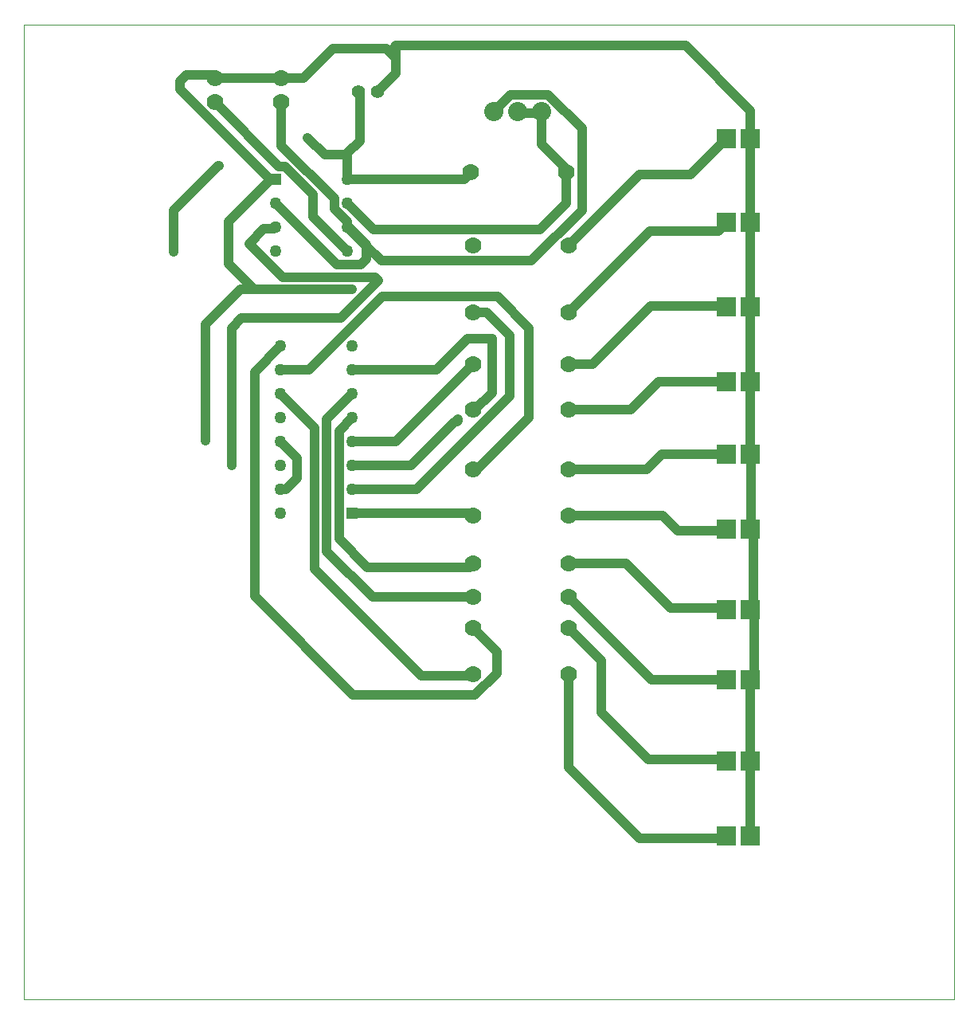
<source format=gbr>
G04 PROTEUS GERBER X2 FILE*
%TF.GenerationSoftware,Labcenter,Proteus,8.17-SP2-Build37159*%
%TF.CreationDate,2024-06-19T11:42:43+00:00*%
%TF.FileFunction,Copper,L2,Bot*%
%TF.FilePolarity,Positive*%
%TF.Part,Single*%
%TF.SameCoordinates,{1fde6796-616a-48bc-91c5-d9dd16b063df}*%
%FSLAX45Y45*%
%MOMM*%
G01*
%TA.AperFunction,Conductor*%
%ADD10C,1.016000*%
%TA.AperFunction,ViaPad*%
%ADD11C,0.762000*%
%TA.AperFunction,ComponentPad*%
%ADD12R,1.270000X1.270000*%
%ADD13C,1.270000*%
%TA.AperFunction,ComponentPad*%
%ADD14C,1.778000*%
%TA.AperFunction,ComponentPad*%
%ADD15C,2.032000*%
%TA.AperFunction,ComponentPad*%
%ADD16R,2.032000X2.032000*%
%TA.AperFunction,WasherPad*%
%ADD17C,1.397000*%
%TA.AperFunction,Profile*%
%ADD18C,0.101600*%
%TD.AperFunction*%
D10*
X+1276000Y+2070000D02*
X+2026000Y+2820000D01*
X+2529589Y+2820000D01*
X+2570000Y+2820000D01*
X+2950000Y+3200000D01*
X+1276000Y+1360000D02*
X+2137259Y+2221259D01*
X+2861259Y+2221259D01*
X+2950000Y+2310000D01*
X+1276000Y+810000D02*
X+1527082Y+810000D01*
X+2144087Y+1427005D01*
X+2942995Y+1427005D01*
X+2950000Y+1420000D01*
X+1276000Y+320000D02*
X+1932128Y+320000D01*
X+2232785Y+620657D01*
X+2949343Y+620657D01*
X+2950000Y+620000D01*
X+1276000Y-310000D02*
X+2104444Y-310000D01*
X+2261006Y-153438D01*
X+2946562Y-153438D01*
X+2950000Y-150000D01*
X+1276000Y-800000D02*
X+2274583Y-800000D01*
X+2434370Y-959787D01*
X+2940213Y-959787D01*
X+2950000Y-950000D01*
X+1276000Y-1310000D02*
X+1885506Y-1310000D01*
X+2357768Y-1782262D01*
X+2932262Y-1782262D01*
X+2950000Y-1800000D01*
X+1276000Y-1670000D02*
X+2156000Y-2550000D01*
X+2950000Y-2550000D01*
X+1276000Y-2490000D02*
X+1276000Y-3476000D01*
X+2030000Y-4230000D01*
X+2930000Y-4230000D01*
X+2950000Y-4210000D01*
X+1276000Y-2000000D02*
X+1620000Y-2344000D01*
X+1620000Y-2890000D01*
X+2120000Y-3390000D01*
X+2930000Y-3390000D01*
X+2950000Y-3410000D01*
X+3204000Y+3200000D02*
X+3204000Y+2310000D01*
X+3204000Y+1420000D01*
X+3204000Y+620000D02*
X+3204000Y-150000D01*
X+3204000Y+1420000D02*
X+3204000Y+620000D01*
X+3204000Y-150000D02*
X+3210000Y-156000D01*
X+3210000Y-944000D01*
X+3204000Y-950000D01*
X+3235407Y-981407D01*
X+3235407Y-1768593D01*
X+3204000Y-1800000D01*
X+3241484Y-1837484D01*
X+3241484Y-2512516D01*
X+3204000Y-2550000D01*
X+3204000Y-3410000D01*
X+3204000Y-4210000D01*
X-1029000Y-18000D02*
X-568000Y-18000D01*
X+260000Y+810000D01*
X-1029000Y-780000D02*
X+240000Y-780000D01*
X+260000Y-800000D01*
X-1029000Y+236000D02*
X-1168650Y+96350D01*
X-1168650Y-1051350D01*
X-870000Y-1350000D01*
X+220000Y-1350000D01*
X+260000Y-1310000D01*
X-1029000Y+490000D02*
X-1299297Y+219703D01*
X-1299297Y-1180703D01*
X-810000Y-1670000D01*
X+260000Y-1670000D01*
X-1791000Y+490000D02*
X-1426198Y+125198D01*
X-1426198Y-1370502D01*
X-295264Y-2501436D01*
X+248564Y-2501436D01*
X+260000Y-2490000D01*
X-1029000Y+744000D02*
X-135865Y+744000D01*
X+195558Y+1075423D01*
X+459375Y+1075423D01*
X+459375Y+504843D01*
X+274532Y+320000D01*
X+260000Y+320000D01*
X-1791000Y+744000D02*
X-1485624Y+744000D01*
X-704560Y+1525064D01*
X+514936Y+1525064D01*
X+852031Y+1187969D01*
X+852031Y+242031D01*
X+300000Y-310000D01*
X+260000Y-310000D01*
X-1029000Y-526000D02*
X-344465Y-526000D01*
X+650000Y+468465D01*
X+650000Y+1110000D01*
X+400000Y+1360000D01*
X+260000Y+1360000D01*
X-1079000Y+2516000D02*
X-800180Y+2237180D01*
X+965056Y+2237180D01*
X+1246000Y+2518124D01*
X+1246000Y+2850000D01*
X-1079000Y+2770000D02*
X+160000Y+2770000D01*
X+230000Y+2840000D01*
X+230000Y+2850000D01*
X+3204000Y+3200000D02*
X+3204000Y+3501234D01*
X+2515234Y+4190000D01*
X+2067359Y+4190000D01*
X-566263Y+4190000D01*
X-584669Y+4171594D01*
X-564669Y+4171594D01*
X-564669Y+4057309D01*
X-564669Y+3895331D01*
X-760000Y+3700000D01*
X-1780000Y+3846000D02*
X-1544001Y+3846000D01*
X-1234527Y+4155474D01*
X-662834Y+4155474D01*
X-564669Y+4057309D01*
X-2490000Y+3848000D02*
X-1782000Y+3848000D01*
X-1780000Y+3846000D01*
X-2490000Y+3594000D02*
X-1805604Y+2909604D01*
X-1745072Y+2909604D01*
X-1442337Y+2606869D01*
X-1442337Y+2371337D01*
X-1079000Y+2008000D01*
X-1780000Y+3592000D02*
X-1780000Y+3123997D01*
X-1220000Y+2563997D01*
X-1220000Y+2459543D01*
X-1079000Y+2318543D01*
X-1079000Y+2262000D01*
X-1841000Y+2516000D02*
X-1191913Y+1866913D01*
X-934881Y+1866913D01*
X-877587Y+1924207D01*
X-877587Y+2060587D01*
X-878500Y+2061500D01*
X-878500Y+2075651D01*
X-1064849Y+2262000D01*
X-1079000Y+2262000D01*
X+476000Y+3490000D02*
X+656000Y+3670000D01*
X+1055829Y+3670000D01*
X+1417021Y+3308808D01*
X+1417021Y+2444401D01*
X+876452Y+1903832D01*
X-720832Y+1903832D01*
X-877587Y+2060587D01*
X-878500Y+2061500D02*
X-1079000Y+2262000D01*
X-1791000Y+998000D02*
X-2066901Y+722099D01*
X-2066901Y-1660885D01*
X-1017786Y-2710000D01*
X+276034Y-2710000D01*
X+506691Y-2479343D01*
X+506691Y-2246691D01*
X+260000Y-2000000D01*
X-1029000Y-272000D02*
X-402000Y-272000D01*
X+40000Y+170000D01*
X+94940Y+224940D01*
X+94940Y+204940D01*
X+90000Y+200000D01*
X-1890000Y+2770000D02*
X-1841000Y+2770000D01*
X-1890000Y+2770000D02*
X-1900000Y+2770000D01*
X-2860000Y+3730000D01*
X-2860000Y+3807724D01*
X-2787363Y+3880361D01*
X-2522361Y+3880361D01*
X-2490000Y+3848000D01*
X-2311610Y-267130D02*
X-2311610Y+1189025D01*
X-2204053Y+1296582D01*
X-1145031Y+1296582D01*
X-747897Y+1693716D01*
X-785128Y+1730947D01*
X-1769688Y+1730947D01*
X-2125454Y+2086713D01*
X-1968256Y+2243911D01*
X-1859089Y+2243911D01*
X-1841000Y+2262000D01*
X-2590000Y-10000D02*
X-2590000Y+1232729D01*
X-2218683Y+1604046D01*
X-2068247Y+1604046D01*
X-1032334Y+1604046D01*
X-1032234Y+1603946D01*
X-2068247Y+1604046D02*
X-2340000Y+1875799D01*
X-2340000Y+2320000D01*
X-1890000Y+2770000D01*
X-1791000Y-526000D02*
X-1731466Y-526000D01*
X-1612577Y-407111D01*
X-1612577Y-196423D01*
X-1791000Y-18000D01*
X-2925622Y+2003288D02*
X-2925622Y+2444378D01*
X-2580000Y+2790000D01*
X-2453641Y+2916359D01*
X-2446951Y+2916359D01*
X-1503445Y+3212416D02*
X-1321029Y+3030000D01*
X-1080031Y+3030000D01*
X-1080031Y+2771031D01*
X-1079000Y+2770000D01*
X-960000Y+3700000D02*
X-949146Y+3689146D01*
X-949146Y+3227003D01*
X-949146Y+3177920D01*
X-1080031Y+3047035D01*
X-1080031Y+3030000D01*
X+984000Y+3470000D02*
X+750000Y+3470000D01*
X+730000Y+3490000D01*
X+1246000Y+2850000D02*
X+1246000Y+2860000D01*
X+1264000Y+2860000D01*
X+984000Y+3140000D01*
X+984000Y+3470000D01*
X+984000Y+3490000D01*
D11*
X+90000Y+200000D03*
X-1032234Y+1603946D03*
X-2311610Y-267130D03*
X-2590000Y-10000D03*
X-2925622Y+2003288D03*
X-2446951Y+2916359D03*
X-1503445Y+3212416D03*
D12*
X-1841000Y+2770000D03*
D13*
X-1841000Y+2516000D03*
X-1841000Y+2262000D03*
X-1841000Y+2008000D03*
X-1079000Y+2008000D03*
X-1079000Y+2262000D03*
X-1079000Y+2516000D03*
X-1079000Y+2770000D03*
D14*
X-1780000Y+3592000D03*
X-1780000Y+3846000D03*
X-2490000Y+3848000D03*
X-2490000Y+3594000D03*
X+230000Y+2850000D03*
X+1246000Y+2850000D03*
D15*
X+476000Y+3490000D03*
X+984000Y+3490000D03*
X+730000Y+3490000D03*
D12*
X-1029000Y-780000D03*
D13*
X-1029000Y-526000D03*
X-1029000Y-272000D03*
X-1029000Y-18000D03*
X-1029000Y+236000D03*
X-1029000Y+490000D03*
X-1029000Y+744000D03*
X-1029000Y+998000D03*
X-1791000Y+998000D03*
X-1791000Y+744000D03*
X-1791000Y+490000D03*
X-1791000Y+236000D03*
X-1791000Y-18000D03*
X-1791000Y-272000D03*
X-1791000Y-526000D03*
X-1791000Y-780000D03*
D14*
X+260000Y+2070000D03*
X+1276000Y+2070000D03*
X+260000Y+1360000D03*
X+1276000Y+1360000D03*
X+260000Y+810000D03*
X+1276000Y+810000D03*
X+260000Y+320000D03*
X+1276000Y+320000D03*
X+260000Y-310000D03*
X+1276000Y-310000D03*
X+260000Y-800000D03*
X+1276000Y-800000D03*
X+260000Y-1310000D03*
X+1276000Y-1310000D03*
X+260000Y-2000000D03*
X+1276000Y-2000000D03*
X+260000Y-1670000D03*
X+1276000Y-1670000D03*
X+260000Y-2490000D03*
X+1276000Y-2490000D03*
D16*
X+2950000Y+3200000D03*
X+3204000Y+3200000D03*
X+2950000Y+2310000D03*
X+3204000Y+2310000D03*
X+2950000Y+1420000D03*
X+3204000Y+1420000D03*
X+2950000Y+620000D03*
X+3204000Y+620000D03*
X+2950000Y-150000D03*
X+3204000Y-150000D03*
X+2950000Y-950000D03*
X+3204000Y-950000D03*
X+2950000Y-1800000D03*
X+3204000Y-1800000D03*
X+2950000Y-2550000D03*
X+3204000Y-2550000D03*
X+2950000Y-3410000D03*
X+3204000Y-3410000D03*
X+2950000Y-4210000D03*
X+3204000Y-4210000D03*
D17*
X-960000Y+3700000D03*
X-760000Y+3700000D03*
D18*
X-4520000Y-5940000D02*
X+5370000Y-5940000D01*
X+5370000Y+4410000D01*
X-4520000Y+4410000D01*
X-4520000Y-5940000D01*
M02*

</source>
